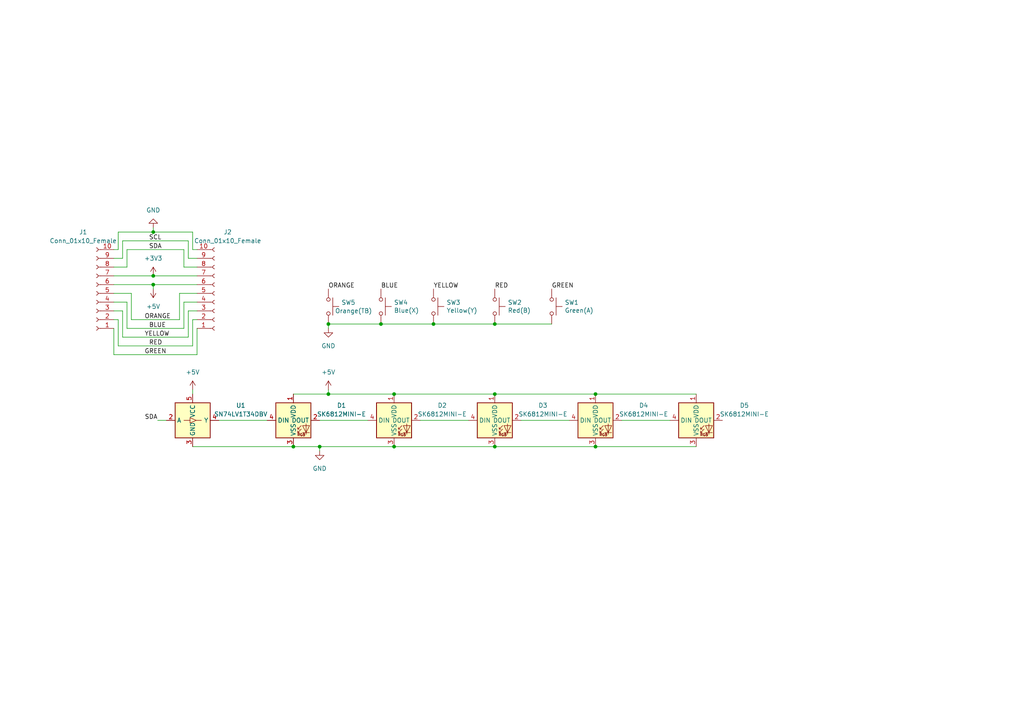
<source format=kicad_sch>
(kicad_sch (version 20211123) (generator eeschema)
  (paper "A4")
  (lib_symbols
    (symbol "Connector:Conn_01x10_Female" (pin_names (offset 1.016) hide)
      (property "Reference" "J" (at 0 12.7 0))
      (property "Value" "Conn_01x10_Female" (at 0 -15.24 0))
      (symbol "Conn_01x10_Female_1_1"
        (arc (start 0 -12.192) (mid -0.508 -12.7) (end 0 -13.208) (stroke (width 0.1524)))
        (arc (start 0 -9.652) (mid -0.508 -10.16) (end 0 -10.668) (stroke (width 0.1524)))
        (arc (start 0 -7.112) (mid -0.508 -7.62) (end 0 -8.128) (stroke (width 0.1524)))
        (arc (start 0 -4.572) (mid -0.508 -5.08) (end 0 -5.588) (stroke (width 0.1524)))
        (arc (start 0 -2.032) (mid -0.508 -2.54) (end 0 -3.048) (stroke (width 0.1524)))
        (polyline (pts (xy -1.27 -12.7) (xy -0.508 -12.7)) (stroke (width 0.1524)))
        (polyline (pts (xy -1.27 -10.16) (xy -0.508 -10.16)) (stroke (width 0.1524)))
        (polyline (pts (xy -1.27 -7.62) (xy -0.508 -7.62)) (stroke (width 0.1524)))
        (polyline (pts (xy -1.27 -5.08) (xy -0.508 -5.08)) (stroke (width 0.1524)))
        (polyline (pts (xy -1.27 -2.54) (xy -0.508 -2.54)) (stroke (width 0.1524)))
        (polyline (pts (xy -1.27 0) (xy -0.508 0)) (stroke (width 0.1524)))
        (polyline (pts (xy -1.27 2.54) (xy -0.508 2.54)) (stroke (width 0.1524)))
        (polyline (pts (xy -1.27 5.08) (xy -0.508 5.08)) (stroke (width 0.1524)))
        (polyline (pts (xy -1.27 7.62) (xy -0.508 7.62)) (stroke (width 0.1524)))
        (polyline (pts (xy -1.27 10.16) (xy -0.508 10.16)) (stroke (width 0.1524)))
        (arc (start 0 0.508) (mid -0.508 0) (end 0 -0.508) (stroke (width 0.1524)))
        (arc (start 0 3.048) (mid -0.508 2.54) (end 0 2.032) (stroke (width 0.1524)))
        (arc (start 0 5.588) (mid -0.508 5.08) (end 0 4.572) (stroke (width 0.1524)))
        (arc (start 0 8.128) (mid -0.508 7.62) (end 0 7.112) (stroke (width 0.1524)))
        (arc (start 0 10.668) (mid -0.508 10.16) (end 0 9.652) (stroke (width 0.1524)))
        (pin passive line (at -5.08 10.16 0) (length 3.81) (name "Pin_1") (number "1"))
        (pin passive line (at -5.08 -12.7 0) (length 3.81) (name "Pin_10") (number "10"))
        (pin passive line (at -5.08 7.62 0) (length 3.81) (name "Pin_2") (number "2"))
        (pin passive line (at -5.08 5.08 0) (length 3.81) (name "Pin_3") (number "3"))
        (pin passive line (at -5.08 2.54 0) (length 3.81) (name "Pin_4") (number "4"))
        (pin passive line (at -5.08 0 0) (length 3.81) (name "Pin_5") (number "5"))
        (pin passive line (at -5.08 -2.54 0) (length 3.81) (name "Pin_6") (number "6"))
        (pin passive line (at -5.08 -5.08 0) (length 3.81) (name "Pin_7") (number "7"))
        (pin passive line (at -5.08 -7.62 0) (length 3.81) (name "Pin_8") (number "8"))
        (pin passive line (at -5.08 -10.16 0) (length 3.81) (name "Pin_9") (number "9"))
      )
    )
    (symbol "Logic_LevelTranslator:SN74LV1T34DBV"
      (property "Reference" "U" (at 5.08 6.35 0))
      (property "Value" "SN74LV1T34DBV" (at 5.08 3.81 0))
      (symbol "SN74LV1T34DBV_0_1"
        (rectangle (start -5.08 5.08) (end 5.08 -5.08) (stroke (width 0.254)) (fill (type background)))
        (polyline (pts (xy -0.762 0) (xy -2.54 0)))
        (polyline (pts (xy 1.016 0) (xy 2.54 0)))
      )
      (symbol "SN74LV1T34DBV_1_1"
        (polyline (pts (xy -0.762 -0.762) (xy -0.762 0.762) (xy 1.016 0) (xy -0.762 -0.762)))
        (pin no_connect line (at -5.08 2.54 0) (length 2.54) hide (name "NC") (number "1"))
        (pin input line (at -7.62 0 0) (length 2.54) (name "A") (number "2"))
        (pin power_in line (at 0 -7.62 90) (length 2.54) (name "GND") (number "3"))
        (pin output line (at 7.62 0 180) (length 2.54) (name "Y") (number "4"))
        (pin power_in line (at 0 7.62 270) (length 2.54) (name "VCC") (number "5"))
      )
    )
    (symbol "SK6812MINI-E:SK6812MINI-E"
      (property "Reference" "D" (at 2.54 6.35 0))
      (property "Value" "SK6812MINI-E" (at 8.89 -6.35 0))
      (symbol "SK6812MINI-E_0_0"
        (text "RGB" (at 2.286 -4.191 0) (effects (font (size 0.762 0.762))))
      )
      (symbol "SK6812MINI-E_0_1"
        (polyline (pts (xy 1.27 -3.556) (xy 1.778 -3.556)))
        (polyline (pts (xy 1.27 -2.54) (xy 1.778 -2.54)))
        (polyline (pts (xy 4.699 -3.556) (xy 2.667 -3.556)))
        (polyline (pts (xy 2.286 -2.54) (xy 1.27 -3.556) (xy 1.27 -3.048)))
        (polyline (pts (xy 2.286 -1.524) (xy 1.27 -2.54) (xy 1.27 -2.032)))
        (polyline (pts (xy 3.683 -1.016) (xy 3.683 -3.556) (xy 3.683 -4.064)))
        (polyline (pts (xy 4.699 -1.524) (xy 2.667 -1.524) (xy 3.683 -3.556) (xy 4.699 -1.524)))
        (rectangle (start 5.08 5.08) (end -5.08 -5.08) (stroke (width 0.254)) (fill (type background)))
      )
      (symbol "SK6812MINI-E_1_1"
        (pin power_in line (at 0 7.62 270) (length 2.54) (name "VDD") (number "1"))
        (pin output line (at 7.62 0 180) (length 2.54) (name "DOUT") (number "2"))
        (pin power_in line (at 0 -7.62 90) (length 2.54) (name "VSS") (number "3"))
        (pin input line (at -7.62 0 0) (length 2.54) (name "DIN") (number "4"))
      )
    )
    (symbol "Switch:SW_Push" (pin_numbers hide) (pin_names (offset 1.016) hide)
      (property "Reference" "SW" (at 1.27 2.54 0))
      (property "Value" "SW_Push" (at 0 -1.524 0))
      (symbol "SW_Push_0_1"
        (circle (center -2.032 0) (radius 0.508))
        (polyline (pts (xy 0 1.27) (xy 0 3.048)))
        (polyline (pts (xy 2.54 1.27) (xy -2.54 1.27)))
        (circle (center 2.032 0) (radius 0.508))
        (pin passive line (at -5.08 0 0) (length 2.54) (name "1") (number "1"))
        (pin passive line (at 5.08 0 180) (length 2.54) (name "2") (number "2"))
      )
    )
    (symbol "power:+3V3" (power) (pin_names (offset 0))
      (property "Value" "+3V3" (at 0 3.556 0))
      (symbol "+3V3_0_1"
        (polyline (pts (xy -0.762 1.27) (xy 0 2.54)))
        (polyline (pts (xy 0 0) (xy 0 2.54)))
        (polyline (pts (xy 0 2.54) (xy 0.762 1.27)))
      )
      (symbol "+3V3_1_1"
        (pin power_in line (at 0 0 90) (length 0) hide (name "+3V3") (number "1"))
      )
    )
    (symbol "power:+5V" (power) (pin_names (offset 0))
      (property "Value" "+5V" (at 0 3.556 0))
      (symbol "+5V_0_1"
        (polyline (pts (xy -0.762 1.27) (xy 0 2.54)))
        (polyline (pts (xy 0 0) (xy 0 2.54)))
        (polyline (pts (xy 0 2.54) (xy 0.762 1.27)))
      )
      (symbol "+5V_1_1"
        (pin power_in line (at 0 0 90) (length 0) hide (name "+5V") (number "1"))
      )
    )
    (symbol "power:GND" (power) (pin_names (offset 0))
      (property "Value" "GND" (at 0 -3.81 0))
      (symbol "GND_0_1"
        (polyline (pts (xy 0 0) (xy 0 -1.27) (xy 1.27 -1.27) (xy 0 -2.54) (xy -1.27 -1.27) (xy 0 -1.27)))
      )
      (symbol "GND_1_1"
        (pin power_in line (at 0 0 270) (length 0) hide (name "GND") (number "1"))
      )
    )
  )
  (junction (at 44.45 82.55))
  (junction (at 114.3 129.54))
  (junction (at 114.3 114.3))
  (junction (at 172.72 129.54))
  (junction (at 143.51 93.98))
  (junction (at 92.71 129.54))
  (junction (at 44.45 67.31))
  (junction (at 44.45 80.01))
  (junction (at 172.72 114.3))
  (junction (at 143.51 129.54))
  (junction (at 95.25 114.3))
  (junction (at 110.49 93.98))
  (junction (at 85.09 129.54))
  (junction (at 125.73 93.98))
  (junction (at 143.51 114.3))
  (junction (at 95.25 93.98))
  (wire (pts (xy 34.29 100.33) (xy 34.29 92.71)))
  (wire (pts (xy 33.02 102.87) (xy 33.02 95.25)))
  (wire (pts (xy 35.56 97.79) (xy 54.61 97.79)))
  (wire (pts (xy 95.25 93.98) (xy 95.25 95.25)))
  (wire (pts (xy 55.88 72.39) (xy 57.15 72.39)))
  (wire (pts (xy 172.72 129.54) (xy 201.93 129.54)))
  (wire (pts (xy 125.73 93.98) (xy 143.51 93.98)))
  (wire (pts (xy 52.07 85.09) (xy 57.15 85.09)))
  (wire (pts (xy 35.56 69.85) (xy 54.61 69.85)))
  (wire (pts (xy 34.29 92.71) (xy 33.02 92.71)))
  (wire (pts (xy 34.29 67.31) (xy 44.45 67.31)))
  (wire (pts (xy 63.5 121.92) (xy 77.47 121.92)))
  (wire (pts (xy 36.83 95.25) (xy 53.34 95.25)))
  (wire (pts (xy 95.25 114.3) (xy 114.3 114.3)))
  (wire (pts (xy 95.25 113.03) (xy 95.25 114.3)))
  (wire (pts (xy 33.02 77.47) (xy 36.83 77.47)))
  (wire (pts (xy 95.25 93.98) (xy 110.49 93.98)))
  (wire (pts (xy 143.51 114.3) (xy 172.72 114.3)))
  (wire (pts (xy 34.29 100.33) (xy 55.88 100.33)))
  (wire (pts (xy 44.45 67.31) (xy 55.88 67.31)))
  (wire (pts (xy 36.83 77.47) (xy 36.83 72.39)))
  (wire (pts (xy 38.1 92.71) (xy 52.07 92.71)))
  (wire (pts (xy 92.71 129.54) (xy 114.3 129.54)))
  (wire (pts (xy 55.88 100.33) (xy 55.88 92.71)))
  (wire (pts (xy 52.07 92.71) (xy 52.07 85.09)))
  (wire (pts (xy 53.34 95.25) (xy 53.34 87.63)))
  (wire (pts (xy 55.88 129.54) (xy 85.09 129.54)))
  (wire (pts (xy 172.72 114.3) (xy 201.93 114.3)))
  (wire (pts (xy 143.51 93.98) (xy 160.02 93.98)))
  (wire (pts (xy 55.88 113.03) (xy 55.88 114.3)))
  (wire (pts (xy 85.09 114.3) (xy 95.25 114.3)))
  (wire (pts (xy 54.61 90.17) (xy 57.15 90.17)))
  (wire (pts (xy 34.29 67.31) (xy 34.29 72.39)))
  (wire (pts (xy 53.34 72.39) (xy 53.34 77.47)))
  (wire (pts (xy 53.34 77.47) (xy 57.15 77.47)))
  (wire (pts (xy 44.45 82.55) (xy 57.15 82.55)))
  (wire (pts (xy 53.34 87.63) (xy 57.15 87.63)))
  (wire (pts (xy 33.02 82.55) (xy 44.45 82.55)))
  (wire (pts (xy 45.72 121.92) (xy 48.26 121.92)))
  (wire (pts (xy 44.45 80.01) (xy 57.15 80.01)))
  (wire (pts (xy 114.3 129.54) (xy 143.51 129.54)))
  (wire (pts (xy 33.02 80.01) (xy 44.45 80.01)))
  (wire (pts (xy 151.13 121.92) (xy 165.1 121.92)))
  (wire (pts (xy 54.61 69.85) (xy 54.61 74.93)))
  (wire (pts (xy 33.02 85.09) (xy 38.1 85.09)))
  (wire (pts (xy 34.29 72.39) (xy 33.02 72.39)))
  (wire (pts (xy 110.49 93.98) (xy 125.73 93.98)))
  (wire (pts (xy 33.02 102.87) (xy 57.15 102.87)))
  (wire (pts (xy 35.56 90.17) (xy 33.02 90.17)))
  (wire (pts (xy 57.15 102.87) (xy 57.15 95.25)))
  (wire (pts (xy 36.83 95.25) (xy 36.83 87.63)))
  (wire (pts (xy 35.56 74.93) (xy 35.56 69.85)))
  (wire (pts (xy 121.92 121.92) (xy 135.89 121.92)))
  (wire (pts (xy 35.56 97.79) (xy 35.56 90.17)))
  (wire (pts (xy 44.45 83.82) (xy 44.45 82.55)))
  (wire (pts (xy 33.02 74.93) (xy 35.56 74.93)))
  (wire (pts (xy 54.61 74.93) (xy 57.15 74.93)))
  (wire (pts (xy 36.83 87.63) (xy 33.02 87.63)))
  (wire (pts (xy 92.71 129.54) (xy 92.71 130.81)))
  (wire (pts (xy 55.88 67.31) (xy 55.88 72.39)))
  (wire (pts (xy 36.83 72.39) (xy 53.34 72.39)))
  (wire (pts (xy 114.3 114.3) (xy 143.51 114.3)))
  (wire (pts (xy 180.34 121.92) (xy 194.31 121.92)))
  (wire (pts (xy 54.61 97.79) (xy 54.61 90.17)))
  (wire (pts (xy 143.51 129.54) (xy 172.72 129.54)))
  (wire (pts (xy 38.1 85.09) (xy 38.1 92.71)))
  (wire (pts (xy 44.45 66.04) (xy 44.45 67.31)))
  (wire (pts (xy 85.09 129.54) (xy 92.71 129.54)))
  (wire (pts (xy 92.71 121.92) (xy 106.68 121.92)))
  (wire (pts (xy 55.88 92.71) (xy 57.15 92.71)))
  (label "GREEN" (at 160.02 83.82 0))
  (label "SDA" (at 45.72 121.92 180))
  (label "ORANGE" (at 95.25 83.82 0))
  (label "YELLOW" (at 125.73 83.82 0))
  (label "RED" (at 143.51 83.82 0))
  (label "YELLOW" (at 41.91 97.79 0))
  (label "GREEN" (at 41.91 102.87 0))
  (label "BLUE" (at 110.49 83.82 0))
  (label "SDA" (at 43.18 72.39 0))
  (label "SCL" (at 43.18 69.85 0))
  (label "ORANGE" (at 41.91 92.71 0))
  (label "BLUE" (at 43.18 95.25 0))
  (label "RED" (at 43.18 100.33 0))
  (symbol (lib_id "Switch:SW_Push") (at 160.02 88.9 270) (unit 1)
    (property "Reference" "SW1" (at 163.7792 87.7316 90) (effects (justify left)))
    (property "Value" "Green(A)" (at 163.7792 90.043 90) (effects (justify left)))
    (property "Footprint" "Switch_Keyboard_Kailh:SW_Kailh_Choc_V1" (effects hide))
  )
  (symbol (lib_id "Switch:SW_Push") (at 143.51 88.9 270) (unit 1)
    (property "Reference" "SW2" (at 147.2692 87.7316 90) (effects (justify left)))
    (property "Value" "Red(B)" (at 147.2692 90.043 90) (effects (justify left)))
    (property "Footprint" "Switch_Keyboard_Kailh:SW_Kailh_Choc_V1" (effects hide))
  )
  (symbol (lib_id "Switch:SW_Push") (at 125.73 88.9 270) (unit 1)
    (property "Reference" "SW3" (at 129.4892 87.7316 90) (effects (justify left)))
    (property "Value" "Yellow(Y)" (at 129.4892 90.043 90) (effects (justify left)))
    (property "Footprint" "Switch_Keyboard_Kailh:SW_Kailh_Choc_V1" (effects hide))
  )
  (symbol (lib_id "Switch:SW_Push") (at 110.49 88.9 270) (unit 1)
    (property "Reference" "SW4" (at 114.2492 87.7316 90) (effects (justify left)))
    (property "Value" "Blue(X)" (at 114.2492 90.043 90) (effects (justify left)))
    (property "Footprint" "Switch_Keyboard_Kailh:SW_Kailh_Choc_V1" (effects hide))
  )
  (symbol (lib_id "Switch:SW_Push") (at 95.25 88.9 270) (unit 1)
    (property "Reference" "SW5" (at 99.0092 87.7316 90) (effects (justify left)))
    (property "Value" "Orange(TB)" (at 97.155 90.17 90) (effects (justify left)))
    (property "Footprint" "Switch_Keyboard_Kailh:SW_Kailh_Choc_V1" (effects hide))
  )
  (symbol (lib_id "power:+5V") (at 55.88 113.03 0) (unit 1)
    (property "Reference" "#PWR0106" (effects hide))
    (property "Value" "+5V" (at 55.88 107.95 0))
  )
  (symbol (lib_id "power:+5V") (at 44.45 83.82 180) (unit 1)
    (property "Reference" "#PWR0101" (effects hide))
    (property "Value" "+5V" (at 44.45 88.9 0))
  )
  (symbol (lib_id "Logic_LevelTranslator:SN74LV1T34DBV") (at 55.88 121.92 0) (unit 1)
    (property "Reference" "U1" (at 69.85 117.5893 0))
    (property "Value" "SN74LV1T34DBV" (at 69.85 120.1293 0))
    (property "Footprint" "Package_TO_SOT_SMD:SOT-23-5" (effects hide))
    (property "Datasheet" "https://www.ti.com/lit/ds/symlink/sn74lv1t34.pdf" (effects hide))
  )
  (symbol (lib_id "power:+3V3") (at 44.45 80.01 0) (unit 1)
    (property "Reference" "#PWR0102" (effects hide))
    (property "Value" "+3V3" (at 44.45 74.93 0))
  )
  (symbol (lib_id "power:GND") (at 92.71 130.81 0) (unit 1)
    (property "Reference" "#PWR0105" (effects hide))
    (property "Value" "GND" (at 92.71 135.89 0))
  )
  (symbol (lib_id "SK6812MINI-E:SK6812MINI-E") (at 85.09 121.92 0) (unit 1)
    (property "Reference" "D1" (at 99.06 117.5893 0))
    (property "Value" "SK6812MINI-E" (at 99.06 120.1293 0))
    (property "Footprint" "SK6812MINI-E:SK6812MINI-E-Vias" (effects hide))
    (property "Datasheet" "https://cdn-shop.adafruit.com/product-files/2686/SK6812MINI_REV.01-1-2.pdf" (effects hide))
  )
  (symbol (lib_id "Connector:Conn_01x10_Female") (at 27.94 85.09 180) (unit 1)
    (property "Reference" "J1" (at 24.13 67.31 0))
    (property "Value" "Conn_01x10_Female" (at 24.13 69.85 0))
    (property "Footprint" "Connector_FFC-FPC:Hirose_FH12-10S-0.5SH_1x10-1MP_P0.50mm_Horizontal" (effects hide))
  )
  (symbol (lib_id "SK6812MINI-E:SK6812MINI-E") (at 172.72 121.92 0) (unit 1)
    (property "Reference" "D4" (at 186.69 117.5893 0))
    (property "Value" "SK6812MINI-E" (at 186.69 120.1293 0))
    (property "Footprint" "SK6812MINI-E:SK6812MINI-E-Vias" (effects hide))
    (property "Datasheet" "https://cdn-shop.adafruit.com/product-files/2686/SK6812MINI_REV.01-1-2.pdf" (effects hide))
  )
  (symbol (lib_id "SK6812MINI-E:SK6812MINI-E") (at 143.51 121.92 0) (unit 1)
    (property "Reference" "D3" (at 157.48 117.5893 0))
    (property "Value" "SK6812MINI-E" (at 157.48 120.1293 0))
    (property "Footprint" "SK6812MINI-E:SK6812MINI-E-Vias" (effects hide))
    (property "Datasheet" "https://cdn-shop.adafruit.com/product-files/2686/SK6812MINI_REV.01-1-2.pdf" (effects hide))
  )
  (symbol (lib_id "power:GND") (at 44.45 66.04 180) (unit 1)
    (property "Reference" "#PWR0103" (effects hide))
    (property "Value" "GND" (at 44.45 60.96 0))
  )
  (symbol (lib_id "Connector:Conn_01x10_Female") (at 62.23 85.09 0) (mirror x) (unit 1)
    (property "Reference" "J2" (at 66.04 67.31 0))
    (property "Value" "Conn_01x10_Female" (at 66.04 69.85 0))
    (property "Footprint" "Connector_PinHeader_2.00mm:PinHeader_1x10_P2.00mm_Horizontal" (effects hide))
  )
  (symbol (lib_id "SK6812MINI-E:SK6812MINI-E") (at 201.93 121.92 0) (unit 1)
    (property "Reference" "D5" (at 215.9 117.5893 0))
    (property "Value" "SK6812MINI-E" (at 215.9 120.1293 0))
    (property "Footprint" "SK6812MINI-E:SK6812MINI-E-Vias" (effects hide))
    (property "Datasheet" "https://cdn-shop.adafruit.com/product-files/2686/SK6812MINI_REV.01-1-2.pdf" (effects hide))
  )
  (symbol (lib_id "power:GND") (at 95.25 95.25 0) (unit 1)
    (property "Reference" "#PWR0110" (effects hide))
    (property "Value" "GND" (at 95.25 100.33 0))
  )
  (symbol (lib_id "SK6812MINI-E:SK6812MINI-E") (at 114.3 121.92 0) (unit 1)
    (property "Reference" "D2" (at 128.27 117.5893 0))
    (property "Value" "SK6812MINI-E" (at 128.27 120.1293 0))
    (property "Footprint" "SK6812MINI-E:SK6812MINI-E-Vias" (effects hide))
    (property "Datasheet" "https://cdn-shop.adafruit.com/product-files/2686/SK6812MINI_REV.01-1-2.pdf" (effects hide))
  )
  (symbol (lib_id "power:+5V") (at 95.25 113.03 0) (unit 1)
    (property "Reference" "#PWR0104" (effects hide))
    (property "Value" "+5V" (at 95.25 107.95 0))
  )
)
</source>
